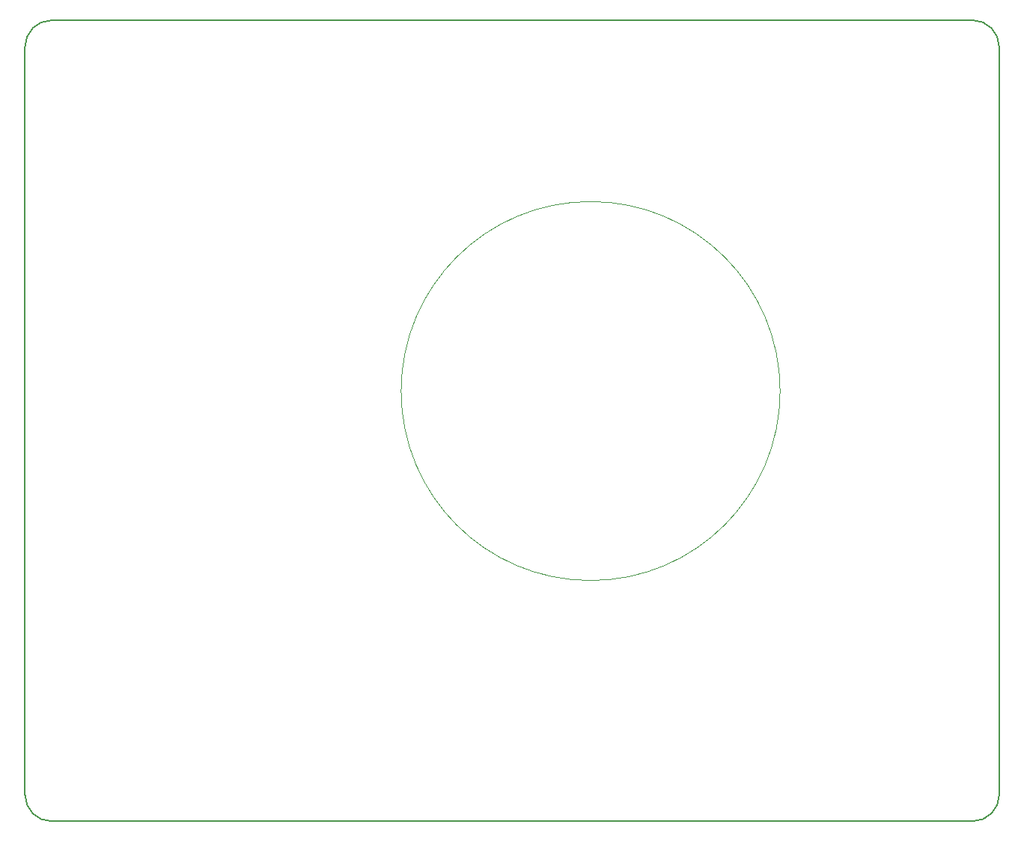
<source format=gbr>
%TF.GenerationSoftware,KiCad,Pcbnew,(6.0.7-1)-1*%
%TF.CreationDate,2022-08-15T15:57:33+02:00*%
%TF.ProjectId,wizza-back-blate,77697a7a-612d-4626-9163-6b2d626c6174,v1.0.0*%
%TF.SameCoordinates,Original*%
%TF.FileFunction,Profile,NP*%
%FSLAX46Y46*%
G04 Gerber Fmt 4.6, Leading zero omitted, Abs format (unit mm)*
G04 Created by KiCad (PCBNEW (6.0.7-1)-1) date 2022-08-15 15:57:33*
%MOMM*%
%LPD*%
G01*
G04 APERTURE LIST*
%TA.AperFunction,Profile*%
%ADD10C,0.150000*%
%TD*%
%TA.AperFunction,Profile*%
%ADD11C,0.050000*%
%TD*%
G04 APERTURE END LIST*
D10*
X197803209Y-147196367D02*
X301990601Y-147196367D01*
X194803233Y-144196367D02*
G75*
G03*
X197803209Y-147196367I2999967J-33D01*
G01*
X197803209Y-56581422D02*
X301990601Y-56581422D01*
X301990601Y-147196301D02*
G75*
G03*
X304990601Y-144196367I99J2999901D01*
G01*
X194803209Y-144196367D02*
X194803209Y-59581422D01*
X304990601Y-144196367D02*
X304990601Y-59581422D01*
X304990578Y-59581422D02*
G75*
G03*
X301990601Y-56581422I-2999978J22D01*
G01*
D11*
X280208983Y-98525000D02*
G75*
G03*
X280208983Y-98525000I-21433983J0D01*
G01*
D10*
X197803209Y-56581409D02*
G75*
G03*
X194803209Y-59581422I-9J-2999991D01*
G01*
M02*

</source>
